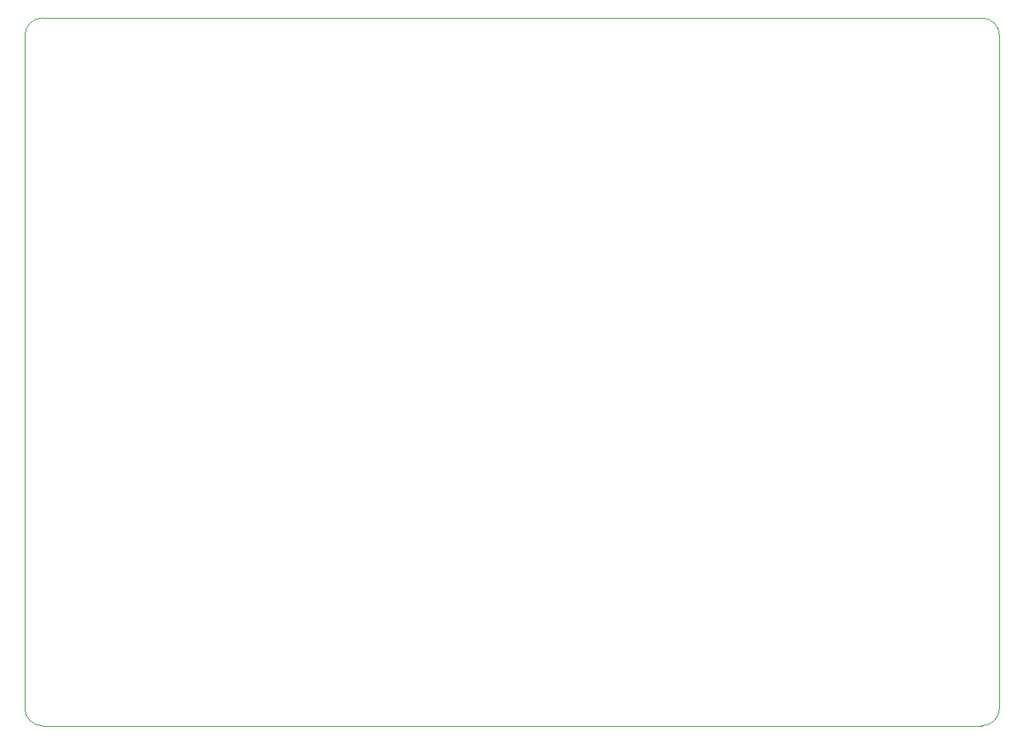
<source format=gbr>
%TF.GenerationSoftware,KiCad,Pcbnew,7.0.9*%
%TF.CreationDate,2024-05-18T15:30:10-06:00*%
%TF.ProjectId,RC12-2,52433132-2d32-42e6-9b69-6361645f7063,rev?*%
%TF.SameCoordinates,Original*%
%TF.FileFunction,Profile,NP*%
%FSLAX46Y46*%
G04 Gerber Fmt 4.6, Leading zero omitted, Abs format (unit mm)*
G04 Created by KiCad (PCBNEW 7.0.9) date 2024-05-18 15:30:10*
%MOMM*%
%LPD*%
G01*
G04 APERTURE LIST*
%TA.AperFunction,Profile*%
%ADD10C,0.100000*%
%TD*%
G04 APERTURE END LIST*
D10*
X25000000Y-98000000D02*
X25000000Y-22000000D01*
X25000000Y-98000000D02*
G75*
G03*
X27000000Y-100000000I2000000J0D01*
G01*
X133000000Y-100000000D02*
G75*
G03*
X135000000Y-98000000I0J2000000D01*
G01*
X135000000Y-98000000D02*
X135000000Y-22000000D01*
X27000000Y-20000000D02*
G75*
G03*
X25000000Y-22000000I0J-2000000D01*
G01*
X133000000Y-100000000D02*
X27000000Y-100000000D01*
X133000000Y-20000000D02*
X27000000Y-20000000D01*
X135000000Y-22000000D02*
G75*
G03*
X133000000Y-20000000I-2000000J0D01*
G01*
M02*

</source>
